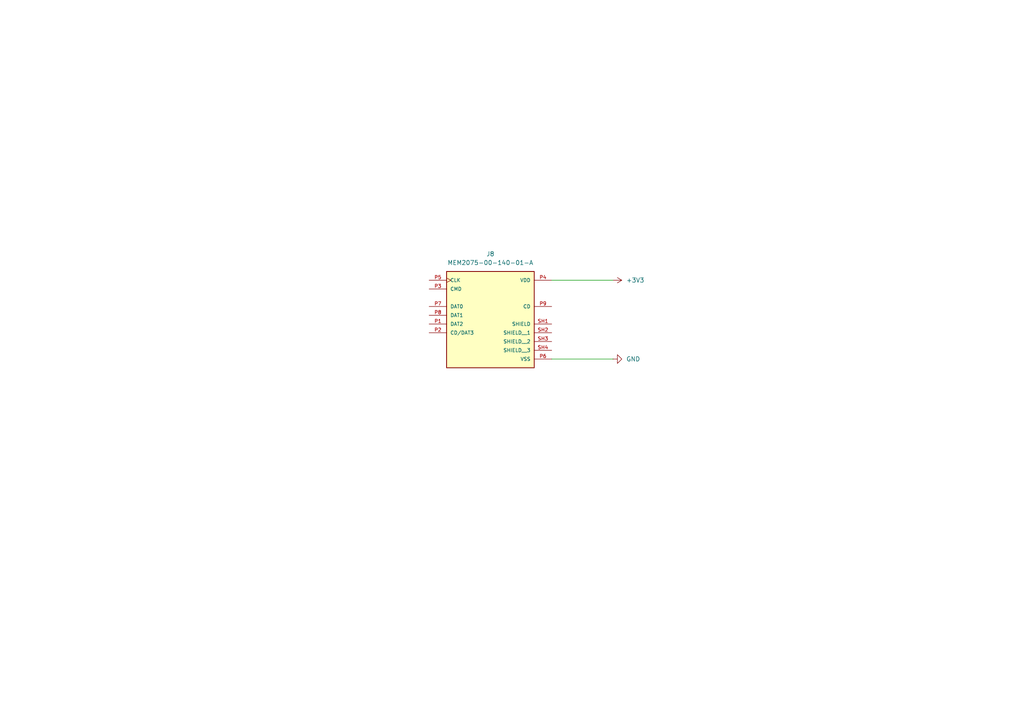
<source format=kicad_sch>
(kicad_sch (version 20231120) (generator "eeschema") (generator_version "8.0")
  (paper "A4")
  (lib_symbols
    (symbol "_MEM2075:MEM2075-00-140-01-A" (pin_names (offset 1.016))
      (property "Reference" "J" (at -12.7 10.795 0))
      (property "Value" "MEM2075-00-140-01-A" (at -12.7 -20.32 0))
      (symbol "MEM2075-00-140-01-A_0_0"
        (rectangle (start -12.7 -17.78) (end 12.7 10.16) (stroke (width 0.254)) (fill (type background)))
        (pin bidirectional line (at -17.78 -5.08 0) (length 5.08) (name "DAT2") (number "P1"))
        (pin bidirectional line (at -17.78 -7.62 0) (length 5.08) (name "CD/DAT3") (number "P2"))
        (pin bidirectional line (at -17.78 5.08 0) (length 5.08) (name "CMD") (number "P3"))
        (pin power_in line (at 17.78 7.62 180) (length 5.08) (name "VDD") (number "P4"))
        (pin bidirectional clock (at -17.78 7.62 0) (length 5.08) (name "CLK") (number "P5"))
        (pin power_in line (at 17.78 -15.24 180) (length 5.08) (name "VSS") (number "P6"))
        (pin bidirectional line (at -17.78 0 0) (length 5.08) (name "DAT0") (number "P7"))
        (pin bidirectional line (at -17.78 -2.54 0) (length 5.08) (name "DAT1") (number "P8"))
        (pin passive line (at 17.78 0 180) (length 5.08) (name "CD") (number "P9"))
        (pin power_in line (at 17.78 -5.08 180) (length 5.08) (name "SHIELD") (number "SH1"))
        (pin power_in line (at 17.78 -7.62 180) (length 5.08) (name "SHIELD__1") (number "SH2"))
        (pin power_in line (at 17.78 -10.16 180) (length 5.08) (name "SHIELD__2") (number "SH3"))
        (pin power_in line (at 17.78 -12.7 180) (length 5.08) (name "SHIELD__3") (number "SH4"))
      )
    )
    (symbol "power:+3V3" (power) (pin_numbers hide) (pin_names (offset 0) hide)
      (property "Value" "+3V3" (at 0 3.556 0))
      (symbol "+3V3_0_1"
        (polyline (pts (xy -0.762 1.27) (xy 0 2.54)))
        (polyline (pts (xy 0 0) (xy 0 2.54)))
        (polyline (pts (xy 0 2.54) (xy 0.762 1.27)))
      )
      (symbol "+3V3_1_1"
        (pin power_in line (at 0 0 90) (length 0) (name "~") (number "1"))
      )
    )
    (symbol "power:GND" (power) (pin_numbers hide) (pin_names (offset 0) hide)
      (property "Value" "GND" (at 0 -3.81 0))
      (symbol "GND_0_1"
        (polyline (pts (xy 0 0) (xy 0 -1.27) (xy 1.27 -1.27) (xy 0 -2.54) (xy -1.27 -1.27) (xy 0 -1.27)))
      )
      (symbol "GND_1_1"
        (pin power_in line (at 0 0 270) (length 0) (name "~") (number "1"))
      )
    )
  )
  (wire (pts (xy 160.02 81.28) (xy 177.8 81.28)))
  (wire (pts (xy 160.02 104.14) (xy 177.8 104.14)))
  (symbol (lib_id "power:+3V3") (at 177.8 81.28 270) (unit 1)
    (property "Reference" "#PWR063" (effects (hide yes)))
    (property "Value" "+3V3" (at 181.61 81.2799 90) (effects (justify left)))
    (property "Description" "Power symbol creates a global label with name \"+3V3\"" (effects (hide yes)))
  )
  (symbol (lib_id "power:GND") (at 177.8 104.14 90) (unit 1)
    (property "Reference" "#PWR062" (effects (hide yes)))
    (property "Value" "GND" (at 181.61 104.1399 90) (effects (justify right)))
    (property "Description" "Power symbol creates a global label with name \"GND\" , ground" (effects (hide yes)))
  )
  (symbol (lib_id "_MEM2075:MEM2075-00-140-01-A") (at 142.24 88.9 0) (unit 1)
    (property "Reference" "J8" (at 142.24 73.66 0))
    (property "Value" "MEM2075-00-140-01-A" (at 142.24 76.2 0))
    (property "Footprint" "MEM2075-00-140-01-A:GCT_MEM2075-00-140-01-A" (effects (hide yes)))
    (property "Datasheet" "https://gct.co/files/specs/mem2075-spec.pdf" (effects (hide yes)))
    (property "Description" "uSD card socket" (effects (hide yes)))
    (property "PARTREV" "A" (effects (hide yes)))
    (property "STANDARD" "Manufacturer recommendations" (effects (hide yes)))
    (property "MANUFACTURER" "GCT" (effects (hide yes)))
    (property "Mfr" "GCT" (effects (hide yes)))
    (property "Mfr P/N" "MEM2075-00-140-01-A" (effects (hide yes)))
    (property "Supplier_1" "DigiKey" (effects (hide yes)))
    (property "Supplier_1 P/N" "2073-MEM2075-00-140-01-ACT-ND" (effects (hide yes)))
    (property "Supplier_1 Unit Price" "$2.44" (effects (hide yes)))
  )
)
</source>
